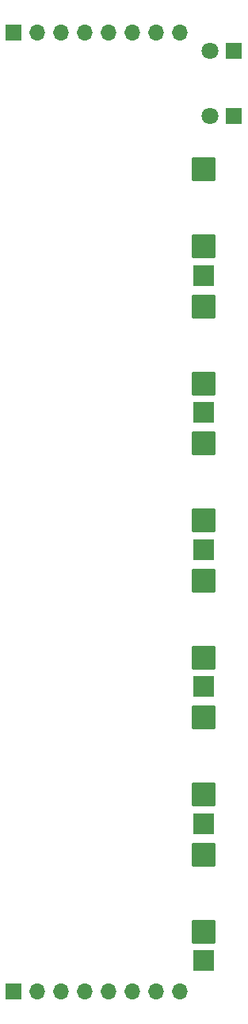
<source format=gbr>
%TF.GenerationSoftware,KiCad,Pcbnew,(6.0.10-0)*%
%TF.CreationDate,2023-01-16T20:28:57+10:30*%
%TF.ProjectId,BLE_Module_Front_Board,424c455f-4d6f-4647-956c-655f46726f6e,rev?*%
%TF.SameCoordinates,Original*%
%TF.FileFunction,Soldermask,Bot*%
%TF.FilePolarity,Negative*%
%FSLAX46Y46*%
G04 Gerber Fmt 4.6, Leading zero omitted, Abs format (unit mm)*
G04 Created by KiCad (PCBNEW (6.0.10-0)) date 2023-01-16 20:28:57*
%MOMM*%
%LPD*%
G01*
G04 APERTURE LIST*
G04 Aperture macros list*
%AMRoundRect*
0 Rectangle with rounded corners*
0 $1 Rounding radius*
0 $2 $3 $4 $5 $6 $7 $8 $9 X,Y pos of 4 corners*
0 Add a 4 corners polygon primitive as box body*
4,1,4,$2,$3,$4,$5,$6,$7,$8,$9,$2,$3,0*
0 Add four circle primitives for the rounded corners*
1,1,$1+$1,$2,$3*
1,1,$1+$1,$4,$5*
1,1,$1+$1,$6,$7*
1,1,$1+$1,$8,$9*
0 Add four rect primitives between the rounded corners*
20,1,$1+$1,$2,$3,$4,$5,0*
20,1,$1+$1,$4,$5,$6,$7,0*
20,1,$1+$1,$6,$7,$8,$9,0*
20,1,$1+$1,$8,$9,$2,$3,0*%
G04 Aperture macros list end*
%ADD10RoundRect,0.101600X-1.012500X-1.012500X1.012500X-1.012500X1.012500X1.012500X-1.012500X1.012500X0*%
%ADD11RoundRect,0.101600X-1.162500X-1.162500X1.162500X-1.162500X1.162500X1.162500X-1.162500X1.162500X0*%
%ADD12R,1.700000X1.700000*%
%ADD13O,1.700000X1.700000*%
%ADD14R,1.800000X1.800000*%
%ADD15C,1.800000*%
G04 APERTURE END LIST*
D10*
%TO.C,P6*%
X28575000Y-100825000D03*
D11*
X28575000Y-97725000D03*
X28575000Y-89505000D03*
%TD*%
D10*
%TO.C,P3*%
X28575000Y-57010000D03*
D11*
X28575000Y-53910000D03*
X28575000Y-45690000D03*
%TD*%
D12*
%TO.C,J2*%
X8270000Y-104115000D03*
D13*
X10810000Y-104115000D03*
X13350000Y-104115000D03*
X15890000Y-104115000D03*
X18430000Y-104115000D03*
X20970000Y-104115000D03*
X23510000Y-104115000D03*
X26050000Y-104115000D03*
%TD*%
D10*
%TO.C,P5*%
X28575000Y-86220000D03*
D11*
X28575000Y-83120000D03*
X28575000Y-74900000D03*
%TD*%
D12*
%TO.C,J1*%
X8270000Y-1880000D03*
D13*
X10810000Y-1880000D03*
X13350000Y-1880000D03*
X15890000Y-1880000D03*
X18430000Y-1880000D03*
X20970000Y-1880000D03*
X23510000Y-1880000D03*
X26050000Y-1880000D03*
%TD*%
D10*
%TO.C,P1*%
X28575000Y-27800000D03*
D11*
X28575000Y-24700000D03*
X28575000Y-16480000D03*
%TD*%
D14*
%TO.C,D1*%
X31755000Y-10795000D03*
D15*
X29215000Y-10795000D03*
%TD*%
D10*
%TO.C,P2*%
X28575000Y-42405000D03*
D11*
X28575000Y-39305000D03*
X28575000Y-31085000D03*
%TD*%
D10*
%TO.C,P4*%
X28575000Y-71615000D03*
D11*
X28575000Y-68515000D03*
X28575000Y-60295000D03*
%TD*%
D14*
%TO.C,D2*%
X31755000Y-3810000D03*
D15*
X29215000Y-3810000D03*
%TD*%
M02*

</source>
